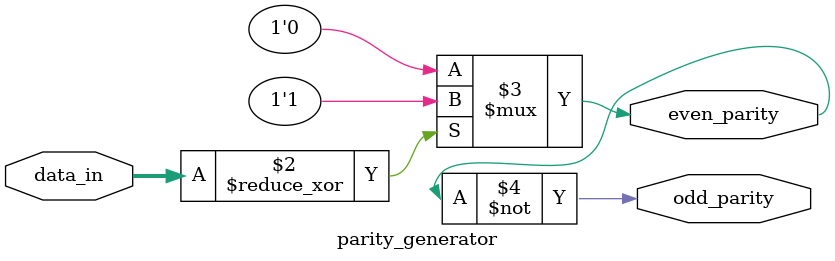
<source format=sv>
module parity_generator(
  input [3:0] data_in,
  output reg even_parity,
  output reg odd_parity
);
  always@(*) begin
    even_parity = ^data_in ? 1'b1 : 1'b0;
    odd_parity= ~even_parity;
  end
endmodule

</source>
